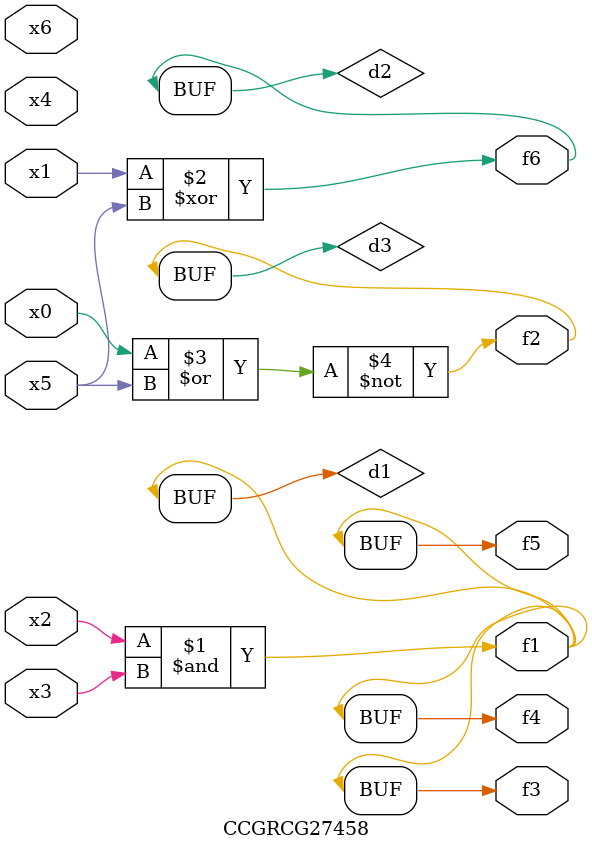
<source format=v>
module CCGRCG27458(
	input x0, x1, x2, x3, x4, x5, x6,
	output f1, f2, f3, f4, f5, f6
);

	wire d1, d2, d3;

	and (d1, x2, x3);
	xor (d2, x1, x5);
	nor (d3, x0, x5);
	assign f1 = d1;
	assign f2 = d3;
	assign f3 = d1;
	assign f4 = d1;
	assign f5 = d1;
	assign f6 = d2;
endmodule

</source>
